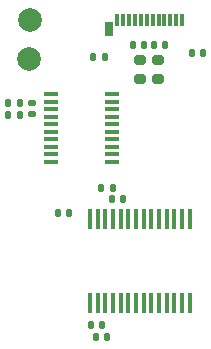
<source format=gbr>
%TF.GenerationSoftware,KiCad,Pcbnew,8.0.3*%
%TF.CreationDate,2024-07-15T16:50:19+10:00*%
%TF.ProjectId,DB9 Serial Expansion Card Rev2,44423920-5365-4726-9961-6c2045787061,rev?*%
%TF.SameCoordinates,Original*%
%TF.FileFunction,Paste,Top*%
%TF.FilePolarity,Positive*%
%FSLAX46Y46*%
G04 Gerber Fmt 4.6, Leading zero omitted, Abs format (unit mm)*
G04 Created by KiCad (PCBNEW 8.0.3) date 2024-07-15 16:50:19*
%MOMM*%
%LPD*%
G01*
G04 APERTURE LIST*
G04 Aperture macros list*
%AMRoundRect*
0 Rectangle with rounded corners*
0 $1 Rounding radius*
0 $2 $3 $4 $5 $6 $7 $8 $9 X,Y pos of 4 corners*
0 Add a 4 corners polygon primitive as box body*
4,1,4,$2,$3,$4,$5,$6,$7,$8,$9,$2,$3,0*
0 Add four circle primitives for the rounded corners*
1,1,$1+$1,$2,$3*
1,1,$1+$1,$4,$5*
1,1,$1+$1,$6,$7*
1,1,$1+$1,$8,$9*
0 Add four rect primitives between the rounded corners*
20,1,$1+$1,$2,$3,$4,$5,0*
20,1,$1+$1,$4,$5,$6,$7,0*
20,1,$1+$1,$6,$7,$8,$9,0*
20,1,$1+$1,$8,$9,$2,$3,0*%
G04 Aperture macros list end*
%ADD10R,0.450000X1.800000*%
%ADD11RoundRect,0.140000X0.170000X-0.140000X0.170000X0.140000X-0.170000X0.140000X-0.170000X-0.140000X0*%
%ADD12RoundRect,0.140000X0.140000X0.170000X-0.140000X0.170000X-0.140000X-0.170000X0.140000X-0.170000X0*%
%ADD13RoundRect,0.140000X-0.140000X-0.170000X0.140000X-0.170000X0.140000X0.170000X-0.140000X0.170000X0*%
%ADD14C,2.000000*%
%ADD15RoundRect,0.200000X-0.275000X0.200000X-0.275000X-0.200000X0.275000X-0.200000X0.275000X0.200000X0*%
%ADD16RoundRect,0.200000X0.275000X-0.200000X0.275000X0.200000X-0.275000X0.200000X-0.275000X-0.200000X0*%
%ADD17RoundRect,0.135000X0.135000X0.185000X-0.135000X0.185000X-0.135000X-0.185000X0.135000X-0.185000X0*%
%ADD18R,0.300000X1.000000*%
%ADD19R,0.700000X1.150000*%
%ADD20R,1.200000X0.400000*%
G04 APERTURE END LIST*
D10*
%TO.C,U2*%
X236035000Y-91170000D03*
X235385000Y-91170000D03*
X234735000Y-91170000D03*
X234085000Y-91170000D03*
X233435000Y-91170000D03*
X232785000Y-91170000D03*
X232135000Y-91170000D03*
X231485000Y-91170000D03*
X230835000Y-91170000D03*
X230185000Y-91170000D03*
X229535000Y-91170000D03*
X228885000Y-91170000D03*
X228235000Y-91170000D03*
X227585000Y-91170000D03*
X227585000Y-98270000D03*
X228235000Y-98270000D03*
X228885000Y-98270000D03*
X229535000Y-98270000D03*
X230185000Y-98270000D03*
X230835000Y-98270000D03*
X231485000Y-98270000D03*
X232135000Y-98270000D03*
X232785000Y-98270000D03*
X233435000Y-98270000D03*
X234085000Y-98270000D03*
X234735000Y-98270000D03*
X235385000Y-98270000D03*
X236035000Y-98270000D03*
%TD*%
D11*
%TO.C,C6*%
X222677500Y-82268000D03*
X222677500Y-81308000D03*
%TD*%
D12*
%TO.C,C4*%
X232150000Y-76410000D03*
X231190000Y-76410000D03*
%TD*%
D13*
%TO.C,C7*%
X229440000Y-89450000D03*
X230400000Y-89450000D03*
%TD*%
D14*
%TO.C,TP4*%
X222420000Y-77590000D03*
%TD*%
D15*
%TO.C,R4*%
X233330000Y-77665000D03*
X233330000Y-79315000D03*
%TD*%
D13*
%TO.C,C5*%
X233010000Y-76410000D03*
X233970000Y-76410000D03*
%TD*%
%TO.C,C8*%
X228530000Y-88530000D03*
X229490000Y-88530000D03*
%TD*%
D12*
%TO.C,C9*%
X229010000Y-101130000D03*
X228050000Y-101130000D03*
%TD*%
D16*
%TO.C,R5*%
X231850000Y-79315000D03*
X231850000Y-77665000D03*
%TD*%
D12*
%TO.C,C11*%
X228590000Y-100140000D03*
X227630000Y-100140000D03*
%TD*%
D17*
%TO.C,R1*%
X228870000Y-77390000D03*
X227850000Y-77390000D03*
%TD*%
D18*
%TO.C,P1*%
X229890000Y-74250000D03*
X230390000Y-74250000D03*
X230890000Y-74250000D03*
X231390000Y-74250000D03*
X231890000Y-74250000D03*
X232390000Y-74250000D03*
X232890000Y-74250000D03*
X233390000Y-74250000D03*
X233890000Y-74250000D03*
X234390000Y-74250000D03*
X234890000Y-74250000D03*
X235390000Y-74250000D03*
D19*
X229220000Y-75090000D03*
%TD*%
D12*
%TO.C,C10*%
X225810000Y-90590000D03*
X224850000Y-90590000D03*
%TD*%
D20*
%TO.C,U1*%
X229450000Y-86275000D03*
X229450000Y-85640000D03*
X229450000Y-85005000D03*
X229450000Y-84370000D03*
X229450000Y-83735000D03*
X229450000Y-83100000D03*
X229450000Y-82465000D03*
X229450000Y-81830000D03*
X229450000Y-81195000D03*
X229450000Y-80560000D03*
X224250000Y-80560000D03*
X224250000Y-81195000D03*
X224250000Y-81830000D03*
X224250000Y-82465000D03*
X224250000Y-83100000D03*
X224250000Y-83735000D03*
X224250000Y-84370000D03*
X224250000Y-85005000D03*
X224250000Y-85640000D03*
X224250000Y-86275000D03*
%TD*%
D13*
%TO.C,C3*%
X236200000Y-77120000D03*
X237160000Y-77120000D03*
%TD*%
D12*
%TO.C,C2*%
X221630000Y-81330500D03*
X220670000Y-81330500D03*
%TD*%
%TO.C,C1*%
X221630000Y-82320500D03*
X220670000Y-82320500D03*
%TD*%
D14*
%TO.C,TP1*%
X222490000Y-74280000D03*
%TD*%
M02*

</source>
